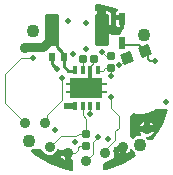
<source format=gbl>
G04*
G04 #@! TF.GenerationSoftware,Altium Limited,Altium Designer,22.11.1 (43)*
G04*
G04 Layer_Physical_Order=4*
G04 Layer_Color=16711680*
%FSLAX43Y43*%
%MOMM*%
G71*
G04*
G04 #@! TF.SameCoordinates,D1A57F4C-840F-47C7-87E7-476F4F1B4391*
G04*
G04*
G04 #@! TF.FilePolarity,Positive*
G04*
G01*
G75*
%ADD11C,0.200*%
G04:AMPARAMS|DCode=26|XSize=0.59mm|YSize=0.6mm|CornerRadius=0.074mm|HoleSize=0mm|Usage=FLASHONLY|Rotation=180.000|XOffset=0mm|YOffset=0mm|HoleType=Round|Shape=RoundedRectangle|*
%AMROUNDEDRECTD26*
21,1,0.590,0.453,0,0,180.0*
21,1,0.443,0.600,0,0,180.0*
1,1,0.148,-0.221,0.226*
1,1,0.148,0.221,0.226*
1,1,0.148,0.221,-0.226*
1,1,0.148,-0.221,-0.226*
%
%ADD26ROUNDEDRECTD26*%
G04:AMPARAMS|DCode=27|XSize=0.61mm|YSize=0.6mm|CornerRadius=0.075mm|HoleSize=0mm|Usage=FLASHONLY|Rotation=180.000|XOffset=0mm|YOffset=0mm|HoleType=Round|Shape=RoundedRectangle|*
%AMROUNDEDRECTD27*
21,1,0.610,0.450,0,0,180.0*
21,1,0.460,0.600,0,0,180.0*
1,1,0.150,-0.230,0.225*
1,1,0.150,0.230,0.225*
1,1,0.150,0.230,-0.225*
1,1,0.150,-0.230,-0.225*
%
%ADD27ROUNDEDRECTD27*%
G04:AMPARAMS|DCode=29|XSize=0.61mm|YSize=0.6mm|CornerRadius=0.075mm|HoleSize=0mm|Usage=FLASHONLY|Rotation=90.000|XOffset=0mm|YOffset=0mm|HoleType=Round|Shape=RoundedRectangle|*
%AMROUNDEDRECTD29*
21,1,0.610,0.450,0,0,90.0*
21,1,0.460,0.600,0,0,90.0*
1,1,0.150,0.225,0.230*
1,1,0.150,0.225,-0.230*
1,1,0.150,-0.225,-0.230*
1,1,0.150,-0.225,0.230*
%
%ADD29ROUNDEDRECTD29*%
%ADD31C,0.125*%
%ADD32C,0.300*%
%ADD33C,1.100*%
%ADD34C,0.500*%
%ADD35C,0.600*%
%ADD36C,0.500*%
G04:AMPARAMS|DCode=37|XSize=1mm|YSize=0.58mm|CornerRadius=0.072mm|HoleSize=0mm|Usage=FLASHONLY|Rotation=270.000|XOffset=0mm|YOffset=0mm|HoleType=Round|Shape=RoundedRectangle|*
%AMROUNDEDRECTD37*
21,1,1.000,0.435,0,0,270.0*
21,1,0.855,0.580,0,0,270.0*
1,1,0.145,-0.217,-0.428*
1,1,0.145,-0.217,0.428*
1,1,0.145,0.217,0.428*
1,1,0.145,0.217,-0.428*
%
%ADD37ROUNDEDRECTD37*%
G04:AMPARAMS|DCode=38|XSize=0.94mm|YSize=0.95mm|CornerRadius=0.118mm|HoleSize=0mm|Usage=FLASHONLY|Rotation=20.000|XOffset=0mm|YOffset=0mm|HoleType=Round|Shape=RoundedRectangle|*
%AMROUNDEDRECTD38*
21,1,0.940,0.715,0,0,20.0*
21,1,0.705,0.950,0,0,20.0*
1,1,0.235,0.454,-0.215*
1,1,0.235,-0.209,-0.457*
1,1,0.235,-0.454,0.215*
1,1,0.235,0.209,0.457*
%
%ADD38ROUNDEDRECTD38*%
%ADD39C,0.900*%
%ADD40R,0.430X0.230*%
%ADD41R,2.740X1.800*%
G04:AMPARAMS|DCode=42|XSize=0.74mm|YSize=0.32mm|CornerRadius=0.013mm|HoleSize=0mm|Usage=FLASHONLY|Rotation=90.000|XOffset=0mm|YOffset=0mm|HoleType=Round|Shape=RoundedRectangle|*
%AMROUNDEDRECTD42*
21,1,0.740,0.294,0,0,90.0*
21,1,0.714,0.320,0,0,90.0*
1,1,0.026,0.147,0.357*
1,1,0.026,0.147,-0.357*
1,1,0.026,-0.147,-0.357*
1,1,0.026,-0.147,0.357*
%
%ADD42ROUNDEDRECTD42*%
G04:AMPARAMS|DCode=43|XSize=1.2mm|YSize=2.7mm|CornerRadius=0.15mm|HoleSize=0mm|Usage=FLASHONLY|Rotation=0.000|XOffset=0mm|YOffset=0mm|HoleType=Round|Shape=RoundedRectangle|*
%AMROUNDEDRECTD43*
21,1,1.200,2.400,0,0,0.0*
21,1,0.900,2.700,0,0,0.0*
1,1,0.300,0.450,-1.200*
1,1,0.300,-0.450,-1.200*
1,1,0.300,-0.450,1.200*
1,1,0.300,0.450,1.200*
%
%ADD43ROUNDEDRECTD43*%
%ADD44C,0.250*%
%ADD45C,0.750*%
%ADD46C,0.450*%
G36*
X-2212Y-5250D02*
X-1600D01*
Y-5500D01*
X-1350D01*
Y-6100D01*
X-1272Y-6068D01*
X-1264Y-6061D01*
X-1150Y-6118D01*
Y-6956D01*
X-1248Y-7037D01*
X-1738Y-6939D01*
X-2410Y-6736D01*
X-3059Y-6467D01*
X-3678Y-6136D01*
X-4261Y-5746D01*
X-4682Y-5401D01*
Y-5238D01*
X-4681Y-5237D01*
X-4632Y-5231D01*
X-4480Y-5168D01*
X-3825Y-5168D01*
X-3593Y-5549D01*
X-3285Y-5696D01*
X-2798Y-5698D01*
X-2713Y-5522D01*
X-2636Y-5464D01*
X-2532Y-5328D01*
X-2490Y-5226D01*
X-2299Y-5158D01*
X-2212Y-5250D01*
D02*
G37*
G36*
X3351Y-5600D02*
X3429Y-5568D01*
X3565Y-5464D01*
X3669Y-5328D01*
X3713Y-5220D01*
X3809Y-5210D01*
X3852Y-5215D01*
X3965Y-5363D01*
X3997Y-5388D01*
X4174Y-5804D01*
X3678Y-6136D01*
X3059Y-6467D01*
X2410Y-6736D01*
X1726Y-6943D01*
X1721Y-6946D01*
X1489Y-6987D01*
X1392Y-6905D01*
X1392Y-6449D01*
X1454Y-6366D01*
X2287Y-5945D01*
Y-5032D01*
X2321Y-5012D01*
X2456Y-5077D01*
X2468Y-5170D01*
X2533Y-5328D01*
X2637Y-5464D01*
X2773Y-5568D01*
X2851Y-5600D01*
Y-5000D01*
X3351D01*
Y-5600D01*
D02*
G37*
G36*
X6899Y-1873D02*
X6736Y-2410D01*
X6467Y-3059D01*
X6136Y-3678D01*
X5746Y-4261D01*
X5621Y-4413D01*
X5127D01*
X5100Y-4368D01*
X5006Y-4274D01*
X5062Y-4150D01*
X5186D01*
X5351Y-4106D01*
X5499Y-4020D01*
X5620Y-3899D01*
X5706Y-3751D01*
X5706Y-3750D01*
X5100D01*
X4494D01*
X4494Y-3751D01*
X4580Y-3899D01*
X4638Y-3957D01*
X4614Y-4030D01*
X4579Y-4078D01*
X4401D01*
X4211Y-4129D01*
X4039Y-4228D01*
X3961Y-4307D01*
X3714Y-4060D01*
Y-2363D01*
X3897Y-2180D01*
X4259Y-2251D01*
X4284Y-2251D01*
X4309Y-2255D01*
X4506Y-2255D01*
X4506Y-2255D01*
X4703Y-2254D01*
X4727Y-2249D01*
X4752Y-2249D01*
X5138Y-2172D01*
X5161Y-2162D01*
X5186Y-2157D01*
X5549Y-2006D01*
X5569Y-1992D01*
X5593Y-1982D01*
X5908Y-1771D01*
X6823D01*
X6899Y-1873D01*
D02*
G37*
G36*
X1050Y7076D02*
X1738Y6939D01*
X2410Y6736D01*
X2639Y6641D01*
X2648Y6573D01*
X2639Y6503D01*
X2565Y6454D01*
X2505Y6364D01*
X2484Y6258D01*
Y5930D01*
X2979D01*
Y5830D01*
X3079D01*
Y5125D01*
X3129D01*
Y4969D01*
X2825Y4475D01*
X2761D01*
X2655Y4454D01*
X2655Y4454D01*
X2100D01*
Y4545D01*
X1293D01*
Y4920D01*
X918D01*
Y6477D01*
X843D01*
X820Y6472D01*
X693Y6577D01*
Y7017D01*
X787Y7102D01*
X1050Y7076D01*
D02*
G37*
%LPC*%
G36*
X-1850Y-5750D02*
X-2200D01*
X-2168Y-5828D01*
X-2064Y-5964D01*
X-1928Y-6068D01*
X-1850Y-6100D01*
Y-5750D01*
D02*
G37*
G36*
X5350Y-2894D02*
Y-3250D01*
X5706D01*
X5706Y-3249D01*
X5620Y-3101D01*
X5499Y-2980D01*
X5351Y-2894D01*
X5350Y-2894D01*
D02*
G37*
G36*
X4850Y-2894D02*
X4849Y-2894D01*
X4701Y-2980D01*
X4580Y-3101D01*
X4494Y-3249D01*
X4494Y-3250D01*
X4850D01*
Y-2894D01*
D02*
G37*
G36*
X1743Y6477D02*
X1668D01*
Y5295D01*
X2100D01*
Y6120D01*
X2073Y6257D01*
X1995Y6372D01*
X1880Y6450D01*
X1743Y6477D01*
D02*
G37*
G36*
X2879Y5730D02*
X2484D01*
Y5403D01*
X2505Y5296D01*
X2565Y5206D01*
X2655Y5146D01*
X2761Y5125D01*
X2879D01*
Y5730D01*
D02*
G37*
%LPD*%
D11*
X4806Y3290D02*
Y3291D01*
X4447Y3650D02*
X4806Y3291D01*
X3029Y3650D02*
X4447D01*
X39Y39D02*
X77D01*
X-325Y-325D02*
X39Y39D01*
X233Y-325D02*
X1540D01*
X-235Y-397D02*
Y-325D01*
X-1540D02*
X-325D01*
X-235Y-397D02*
X-116Y-516D01*
X-100Y-532D02*
X-46D01*
X325Y325D02*
X1540D01*
X4974Y3083D02*
X5184Y2873D01*
Y2434D02*
X5392Y2227D01*
X5820D02*
X5820Y2227D01*
X5184Y2434D02*
Y2873D01*
X5392Y2227D02*
X5820D01*
X-1913Y2609D02*
X-1913D01*
X-1925Y2620D02*
X-1913Y2609D01*
X-1540Y325D02*
X-256D01*
X2276Y6446D02*
X2321Y6490D01*
D26*
X-1925Y2620D02*
D03*
X-2950D02*
D03*
D27*
X675Y2453D02*
D03*
X-325D02*
D03*
D29*
X-32Y-4895D02*
D03*
Y-3895D02*
D03*
X2070Y2694D02*
D03*
Y1694D02*
D03*
D31*
X-5560Y2553D02*
X-4554D01*
X2055Y-1736D02*
Y-770D01*
X2773Y1893D02*
X2802D01*
X3445Y2536D02*
X3471D01*
X2802Y1893D02*
X3445Y2536D01*
X423Y1617D02*
Y1910D01*
X552Y2039D02*
Y2227D01*
X675Y2350D01*
X325Y1520D02*
X423Y1617D01*
Y1910D02*
X552Y2039D01*
X1600Y-5263D02*
X1842Y-5021D01*
Y-5020D02*
X2442Y-4420D01*
Y-3689D01*
X1600Y-5500D02*
Y-5263D01*
X1842Y-5021D02*
Y-5020D01*
X0Y-6200D02*
X592Y-5608D01*
Y-4593D02*
X1013Y-4172D01*
X592Y-5608D02*
Y-4593D01*
X1274Y3042D02*
X1622Y2694D01*
X2070D01*
X-701Y-5057D02*
X-539Y-4895D01*
X-32D01*
X-965Y-5500D02*
X-701Y-5236D01*
Y-5057D01*
X-1600Y-5500D02*
X-965D01*
X350Y-2227D02*
X358Y-2235D01*
X350Y-2227D02*
X350Y-2227D01*
X350Y-2227D02*
X350Y-2227D01*
X328Y-2205D02*
X350Y-2227D01*
X2051Y1014D02*
Y1625D01*
X2115Y1689D01*
X-6911Y1202D02*
X-5560Y2553D01*
X-2077Y-1077D02*
Y849D01*
X-3333Y-2333D02*
X-2077Y-1077D01*
X-3333Y-2833D02*
Y-2333D01*
X-3500Y-3000D02*
X-3333Y-2833D01*
X2445Y-3686D02*
Y-3685D01*
X2442Y-3689D02*
X2445Y-3686D01*
Y-3685D02*
X2724Y-3406D01*
X-3100Y-5000D02*
X-2186Y-4086D01*
X-866D01*
X350Y-2227D02*
X358Y-2218D01*
X327Y-2249D02*
X350Y-2227D01*
X1596Y1689D02*
X2115D01*
Y1694D01*
X2724Y-3406D02*
Y-2405D01*
X2055Y-1736D02*
X2724Y-2405D01*
X-866Y-4086D02*
X-675Y-3895D01*
X-6911Y-1289D02*
X-5200Y-3000D01*
X-6911Y-1289D02*
Y1202D01*
X-325Y-2329D02*
Y-1450D01*
X-32Y-3895D02*
Y-2622D01*
X-325Y-2329D02*
X-32Y-2622D01*
X327Y-2249D02*
X344D01*
X358Y-2235D01*
X328Y-2205D02*
Y-1453D01*
X325Y-1450D02*
X328Y-1453D01*
X358Y-2235D02*
Y-2218D01*
X-675Y-3895D02*
X-32D01*
X1357Y1450D02*
X1596Y1689D01*
X975Y1450D02*
X1357D01*
X-325D02*
Y2368D01*
X-330Y2373D02*
X-325Y2368D01*
D32*
X-187Y580D02*
X-175Y592D01*
X-187Y325D02*
Y580D01*
X77Y39D02*
X325Y287D01*
Y325D01*
Y1440D01*
X2898Y4946D02*
X3029Y5076D01*
Y5950D01*
X2370Y5952D02*
X2372Y5950D01*
X3029D01*
X6011Y-3168D02*
Y-2894D01*
X6049Y-2856D01*
X5813Y-3366D02*
X6011Y-3168D01*
X5234Y-3366D02*
X5813D01*
X5100Y-3500D02*
X5234Y-3366D01*
D33*
X-4828Y-4500D02*
D03*
X4500Y-4828D02*
D03*
X-4500Y4828D02*
D03*
X4828Y4500D02*
D03*
D34*
X-4554Y2553D02*
D03*
X-175Y592D02*
D03*
X77Y39D02*
D03*
X2055Y-770D02*
D03*
X-46Y-532D02*
D03*
X2773Y1893D02*
D03*
X-2652Y-3584D02*
D03*
X1824Y-4303D02*
D03*
X1013Y-4172D02*
D03*
X2331Y4976D02*
D03*
X6490Y-2244D02*
D03*
X6754Y-1198D02*
D03*
X-1010Y-4602D02*
D03*
X2051Y1014D02*
D03*
X-1561Y5687D02*
D03*
X-41Y3240D02*
D03*
X1274Y3042D02*
D03*
X-43Y5515D02*
D03*
X-2077Y849D02*
D03*
X-2507Y1569D02*
D03*
X6049Y-2856D02*
D03*
X-3960Y-5591D02*
D03*
X3300Y-6016D02*
D03*
X-1800Y-6623D02*
D03*
X-2600Y-6354D02*
D03*
X-3300Y-6016D02*
D03*
X1800Y-6623D02*
D03*
X3836Y-5688D02*
D03*
X2600Y-6354D02*
D03*
X2321Y6490D02*
D03*
X-1115Y2886D02*
D03*
X5820Y2227D02*
D03*
X327Y-2249D02*
D03*
D35*
X-1676Y-1557D02*
D03*
D36*
X3101Y-5000D02*
G03*
X2691Y-5170I0J-579D01*
G01*
X3100Y-5001D02*
X3101Y-5000D01*
X2533Y-5328D02*
X2533D01*
X2691Y-5170D01*
X-1657Y-1538D02*
X-1065D01*
X-1676Y-1557D02*
X-1657Y-1538D01*
X1293Y4920D02*
X1308Y4935D01*
X1193Y5020D02*
X1293Y4920D01*
D37*
X2979Y5830D02*
D03*
Y3770D02*
D03*
D38*
X3471Y2536D02*
D03*
X4974Y3083D02*
D03*
D39*
X-3500Y-3000D02*
D03*
X-5200D02*
D03*
X0Y-6200D02*
D03*
X1600Y-5500D02*
D03*
X-3100Y-5000D02*
D03*
X-5200Y3400D02*
D03*
X3101Y-5000D02*
D03*
X-1600Y-5500D02*
D03*
X5100Y-3500D02*
D03*
D40*
X1560Y-325D02*
D03*
Y325D02*
D03*
X-1560Y-325D02*
D03*
Y325D02*
D03*
D41*
X0Y0D02*
D03*
D42*
X-975Y-1520D02*
D03*
X-325D02*
D03*
X325D02*
D03*
X975D02*
D03*
Y1520D02*
D03*
X325D02*
D03*
X-325D02*
D03*
X-975D02*
D03*
D43*
X-2907Y4920D02*
D03*
X1293D02*
D03*
D44*
X-2907Y3892D02*
X-2670D01*
X-2475Y3460D02*
Y3697D01*
X-2071Y2766D02*
X-1925Y2620D01*
X-2475Y3460D02*
X-2071Y3056D01*
Y2766D02*
Y3056D01*
X-2670Y3892D02*
X-2475Y3697D01*
X-2907Y3892D02*
Y4920D01*
X-1525Y1450D02*
X-975D01*
X-1925Y2597D02*
X-1913Y2609D01*
X-2962Y2024D02*
Y2608D01*
Y2024D02*
X-2507Y1569D01*
X-2962Y2608D02*
X-2950Y2620D01*
X-1925Y1850D02*
X-1525Y1450D01*
X-1925Y1850D02*
Y2597D01*
D45*
X-3648Y3429D02*
X-2907Y4170D01*
X-5171Y3429D02*
X-3648D01*
X-5200Y3400D02*
X-5171Y3429D01*
D46*
X-1800Y-6623D02*
Y-6609D01*
M02*

</source>
